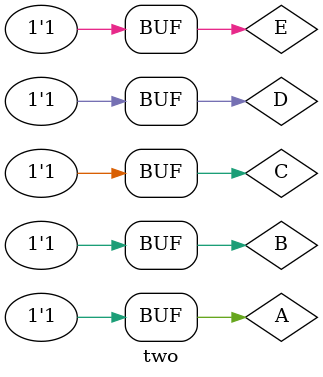
<source format=v>
`timescale 1ns / 1ps


module two;

	// Inputs
	reg A;
	reg B;
	reg C;
	reg D;
	reg E;

	// Outputs
	wire F;

	// Instantiate the Unit Under Test (UUT)
	fiveinput uut (
		.A(A), 
		.B(B), 
		.C(C), 
		.D(D), 
		.E(E), 
		.F(F)
	);

	initial begin
		// Initialize Inputs
		A = 0;
		B = 0;
		C = 0;
		D = 0;
		E = 0;

		// Wait 100 ns for global reset to finish
		#100;
		A = 1;B = 0;C = 0;D = 0;E = 0;
		#100;
		A = 1;B = 1;C = 0;D = 0;E = 0;
		#100;
		A = 1;B = 1;C = 1;D = 0;E = 0;
		#100;
		A = 1;B = 0;C = 1;D = 0;E = 1;
		#100;
		A = 1;B = 0;C = 1;D = 0;E = 0;
		#100;
		A = 1;B = 0;C = 1;D = 1;E = 1;
		#100;
		A = 1;B = 1;C = 1;D = 1;E = 1;
		// Add stimulus here

	end
      
endmodule


</source>
